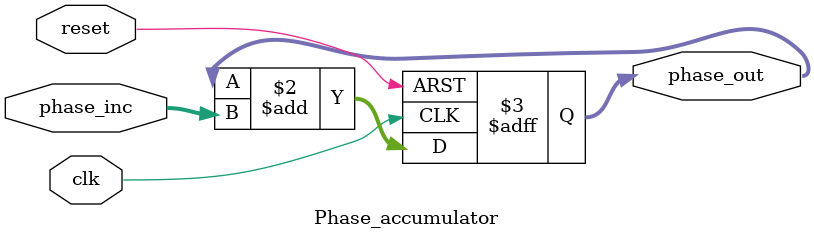
<source format=v>
`timescale 1ns / 1ps


module Phase_accumulator #(
    parameter PHASE_WIDTH = 32
)(
    input wire clk,
    input wire reset,
    input wire [PHASE_WIDTH-1:0] phase_inc, // phase increment input
    output reg [PHASE_WIDTH-1:0] phase_out  // full phase output
);

    always @(posedge clk or posedge reset) begin
        if (reset)
            phase_out <= 0;
        else
            phase_out <= phase_out + phase_inc;
    end

endmodule

</source>
